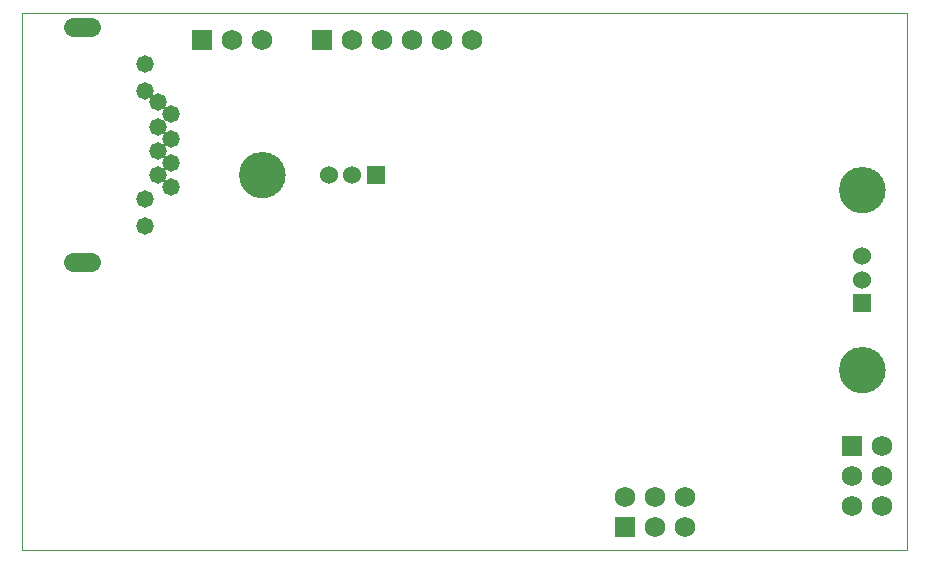
<source format=gbs>
G75*
%MOIN*%
%OFA0B0*%
%FSLAX24Y24*%
%IPPOS*%
%LPD*%
%AMOC8*
5,1,8,0,0,1.08239X$1,22.5*
%
%ADD10C,0.0000*%
%ADD11C,0.1535*%
%ADD12R,0.0595X0.0595*%
%ADD13C,0.0600*%
%ADD14C,0.0631*%
%ADD15C,0.0580*%
%ADD16R,0.0690X0.0690*%
%ADD17C,0.0690*%
D10*
X002304Y000981D02*
X002304Y018851D01*
X031796Y018851D01*
X031796Y000981D01*
X002304Y000981D01*
X009557Y013481D02*
X009559Y013536D01*
X009565Y013590D01*
X009575Y013643D01*
X009589Y013696D01*
X009606Y013748D01*
X009628Y013798D01*
X009653Y013847D01*
X009681Y013893D01*
X009713Y013938D01*
X009748Y013979D01*
X009786Y014019D01*
X009826Y014055D01*
X009869Y014089D01*
X009915Y014119D01*
X009962Y014145D01*
X010012Y014168D01*
X010063Y014188D01*
X010115Y014204D01*
X010168Y014216D01*
X010222Y014224D01*
X010277Y014228D01*
X010331Y014228D01*
X010386Y014224D01*
X010440Y014216D01*
X010493Y014204D01*
X010545Y014188D01*
X010596Y014168D01*
X010646Y014145D01*
X010693Y014119D01*
X010739Y014089D01*
X010782Y014055D01*
X010822Y014019D01*
X010860Y013979D01*
X010895Y013938D01*
X010927Y013893D01*
X010955Y013847D01*
X010980Y013798D01*
X011002Y013748D01*
X011019Y013696D01*
X011033Y013643D01*
X011043Y013590D01*
X011049Y013536D01*
X011051Y013481D01*
X011049Y013426D01*
X011043Y013372D01*
X011033Y013319D01*
X011019Y013266D01*
X011002Y013214D01*
X010980Y013164D01*
X010955Y013115D01*
X010927Y013069D01*
X010895Y013024D01*
X010860Y012983D01*
X010822Y012943D01*
X010782Y012907D01*
X010739Y012873D01*
X010693Y012843D01*
X010646Y012817D01*
X010596Y012794D01*
X010545Y012774D01*
X010493Y012758D01*
X010440Y012746D01*
X010386Y012738D01*
X010331Y012734D01*
X010277Y012734D01*
X010222Y012738D01*
X010168Y012746D01*
X010115Y012758D01*
X010063Y012774D01*
X010012Y012794D01*
X009962Y012817D01*
X009915Y012843D01*
X009869Y012873D01*
X009826Y012907D01*
X009786Y012943D01*
X009748Y012983D01*
X009713Y013024D01*
X009681Y013069D01*
X009653Y013115D01*
X009628Y013164D01*
X009606Y013214D01*
X009589Y013266D01*
X009575Y013319D01*
X009565Y013372D01*
X009559Y013426D01*
X009557Y013481D01*
X029557Y012981D02*
X029559Y013036D01*
X029565Y013090D01*
X029575Y013143D01*
X029589Y013196D01*
X029606Y013248D01*
X029628Y013298D01*
X029653Y013347D01*
X029681Y013393D01*
X029713Y013438D01*
X029748Y013479D01*
X029786Y013519D01*
X029826Y013555D01*
X029869Y013589D01*
X029915Y013619D01*
X029962Y013645D01*
X030012Y013668D01*
X030063Y013688D01*
X030115Y013704D01*
X030168Y013716D01*
X030222Y013724D01*
X030277Y013728D01*
X030331Y013728D01*
X030386Y013724D01*
X030440Y013716D01*
X030493Y013704D01*
X030545Y013688D01*
X030596Y013668D01*
X030646Y013645D01*
X030693Y013619D01*
X030739Y013589D01*
X030782Y013555D01*
X030822Y013519D01*
X030860Y013479D01*
X030895Y013438D01*
X030927Y013393D01*
X030955Y013347D01*
X030980Y013298D01*
X031002Y013248D01*
X031019Y013196D01*
X031033Y013143D01*
X031043Y013090D01*
X031049Y013036D01*
X031051Y012981D01*
X031049Y012926D01*
X031043Y012872D01*
X031033Y012819D01*
X031019Y012766D01*
X031002Y012714D01*
X030980Y012664D01*
X030955Y012615D01*
X030927Y012569D01*
X030895Y012524D01*
X030860Y012483D01*
X030822Y012443D01*
X030782Y012407D01*
X030739Y012373D01*
X030693Y012343D01*
X030646Y012317D01*
X030596Y012294D01*
X030545Y012274D01*
X030493Y012258D01*
X030440Y012246D01*
X030386Y012238D01*
X030331Y012234D01*
X030277Y012234D01*
X030222Y012238D01*
X030168Y012246D01*
X030115Y012258D01*
X030063Y012274D01*
X030012Y012294D01*
X029962Y012317D01*
X029915Y012343D01*
X029869Y012373D01*
X029826Y012407D01*
X029786Y012443D01*
X029748Y012483D01*
X029713Y012524D01*
X029681Y012569D01*
X029653Y012615D01*
X029628Y012664D01*
X029606Y012714D01*
X029589Y012766D01*
X029575Y012819D01*
X029565Y012872D01*
X029559Y012926D01*
X029557Y012981D01*
X029557Y006981D02*
X029559Y007036D01*
X029565Y007090D01*
X029575Y007143D01*
X029589Y007196D01*
X029606Y007248D01*
X029628Y007298D01*
X029653Y007347D01*
X029681Y007393D01*
X029713Y007438D01*
X029748Y007479D01*
X029786Y007519D01*
X029826Y007555D01*
X029869Y007589D01*
X029915Y007619D01*
X029962Y007645D01*
X030012Y007668D01*
X030063Y007688D01*
X030115Y007704D01*
X030168Y007716D01*
X030222Y007724D01*
X030277Y007728D01*
X030331Y007728D01*
X030386Y007724D01*
X030440Y007716D01*
X030493Y007704D01*
X030545Y007688D01*
X030596Y007668D01*
X030646Y007645D01*
X030693Y007619D01*
X030739Y007589D01*
X030782Y007555D01*
X030822Y007519D01*
X030860Y007479D01*
X030895Y007438D01*
X030927Y007393D01*
X030955Y007347D01*
X030980Y007298D01*
X031002Y007248D01*
X031019Y007196D01*
X031033Y007143D01*
X031043Y007090D01*
X031049Y007036D01*
X031051Y006981D01*
X031049Y006926D01*
X031043Y006872D01*
X031033Y006819D01*
X031019Y006766D01*
X031002Y006714D01*
X030980Y006664D01*
X030955Y006615D01*
X030927Y006569D01*
X030895Y006524D01*
X030860Y006483D01*
X030822Y006443D01*
X030782Y006407D01*
X030739Y006373D01*
X030693Y006343D01*
X030646Y006317D01*
X030596Y006294D01*
X030545Y006274D01*
X030493Y006258D01*
X030440Y006246D01*
X030386Y006238D01*
X030331Y006234D01*
X030277Y006234D01*
X030222Y006238D01*
X030168Y006246D01*
X030115Y006258D01*
X030063Y006274D01*
X030012Y006294D01*
X029962Y006317D01*
X029915Y006343D01*
X029869Y006373D01*
X029826Y006407D01*
X029786Y006443D01*
X029748Y006483D01*
X029713Y006524D01*
X029681Y006569D01*
X029653Y006615D01*
X029628Y006664D01*
X029606Y006714D01*
X029589Y006766D01*
X029575Y006819D01*
X029565Y006872D01*
X029559Y006926D01*
X029557Y006981D01*
D11*
X030304Y006981D03*
X030304Y012981D03*
X010304Y013481D03*
D12*
X014091Y013481D03*
X030304Y009194D03*
D13*
X030304Y009981D03*
X030304Y010768D03*
X013304Y013481D03*
X012517Y013481D03*
D14*
X004599Y010575D02*
X004009Y010575D01*
X004009Y018386D02*
X004599Y018386D01*
D15*
X006398Y017182D03*
X006398Y016280D03*
X006824Y015886D03*
X007257Y015485D03*
X006824Y015083D03*
X007257Y014682D03*
X006824Y014280D03*
X007257Y013879D03*
X006824Y013477D03*
X007257Y013075D03*
X006398Y012682D03*
X006398Y011780D03*
D16*
X008304Y017981D03*
X012304Y017981D03*
X029954Y004431D03*
X022404Y001731D03*
D17*
X023404Y001731D03*
X024404Y001731D03*
X024404Y002731D03*
X023404Y002731D03*
X022404Y002731D03*
X029954Y002431D03*
X030954Y002431D03*
X030954Y003431D03*
X029954Y003431D03*
X030954Y004431D03*
X017304Y017981D03*
X016304Y017981D03*
X015304Y017981D03*
X014304Y017981D03*
X013304Y017981D03*
X010304Y017981D03*
X009304Y017981D03*
M02*

</source>
